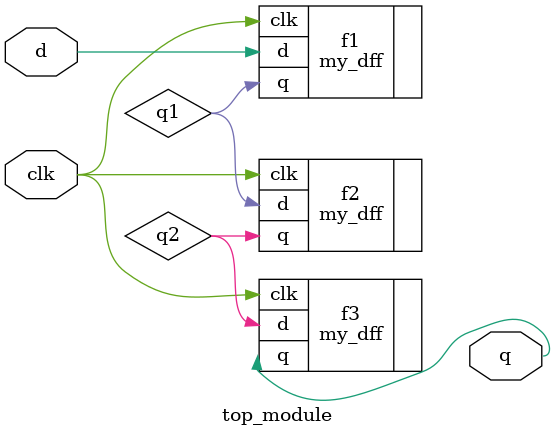
<source format=sv>
module top_module ( input logic clk, 
                    input logic d, 
                    output logic q 
                  );

    wire logic q1,q2;
    
    my_dff f1 (
        .clk(clk),
        .d(d),
        .q(q1)
    );
    
    my_dff f2 (
        .clk(clk),
        .d(q1),
        .q(q2)
    );
    
    my_dff f3 (
        .clk(clk),
        .d(q2),
        .q(q)
    );
    
endmodule

</source>
